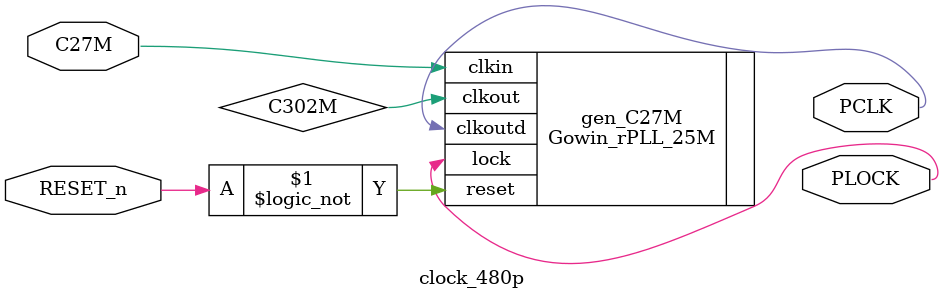
<source format=v>
`timescale 1ns / 1ps

module clock_480p(
    input C27M,
    input RESET_n,
    output PCLK,
    output PLOCK
);

wire C302M;     // The CLKOUT_FREQ=302.4 MHz gets divided by 12 to generate 25.2 MHz above

Gowin_rPLL_25M gen_C27M(
    .clkout(C302M),     //output clkout
    .lock(PLOCK),       //output lock
    .clkoutd(PCLK),     //output clkoutd
    .reset(!RESET_n),   //input reset
    .clkin(C27M)        //input clkin
);

endmodule

</source>
